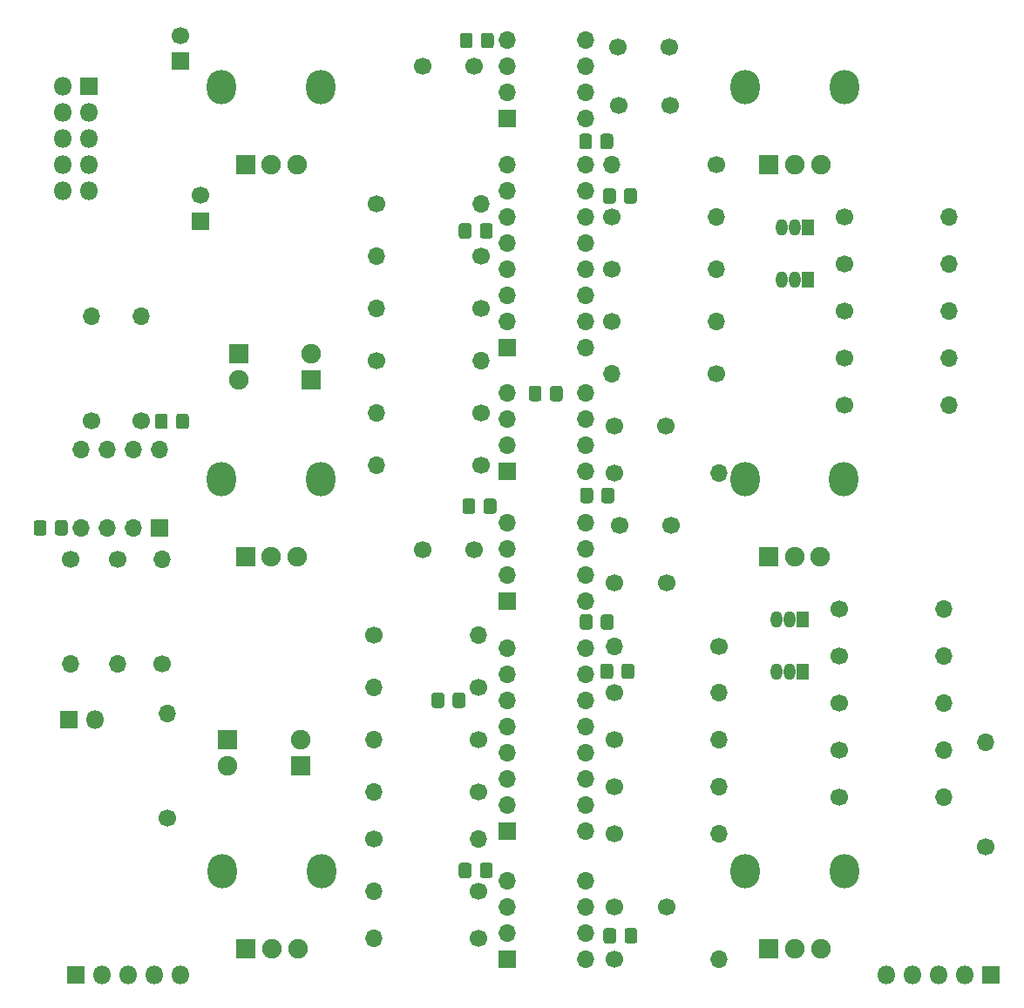
<source format=gbr>
%TF.GenerationSoftware,KiCad,Pcbnew,5.1.6-c6e7f7d~86~ubuntu18.04.1*%
%TF.CreationDate,2020-06-20T09:42:55-04:00*%
%TF.ProjectId,dual_MS20_VCF,6475616c-5f4d-4533-9230-5f5643462e6b,rev?*%
%TF.SameCoordinates,Original*%
%TF.FileFunction,Soldermask,Top*%
%TF.FilePolarity,Negative*%
%FSLAX46Y46*%
G04 Gerber Fmt 4.6, Leading zero omitted, Abs format (unit mm)*
G04 Created by KiCad (PCBNEW 5.1.6-c6e7f7d~86~ubuntu18.04.1) date 2020-06-20 09:42:55*
%MOMM*%
%LPD*%
G01*
G04 APERTURE LIST*
%ADD10O,1.800000X1.800000*%
%ADD11R,1.800000X1.800000*%
%ADD12O,1.700000X1.700000*%
%ADD13R,1.700000X1.700000*%
%ADD14O,2.820000X3.340000*%
%ADD15C,1.900000*%
%ADD16R,1.900000X1.900000*%
%ADD17C,1.700000*%
%ADD18R,1.150000X1.600000*%
%ADD19O,1.150000X1.600000*%
G04 APERTURE END LIST*
D10*
%TO.C,J4*%
X108585000Y-120015000D03*
D11*
X106045000Y-120015000D03*
%TD*%
D10*
%TO.C,J3*%
X105410000Y-68580000D03*
X107950000Y-68580000D03*
X105410000Y-66040000D03*
X107950000Y-66040000D03*
X105410000Y-63500000D03*
X107950000Y-63500000D03*
X105410000Y-60960000D03*
X107950000Y-60960000D03*
X105410000Y-58420000D03*
D11*
X107950000Y-58420000D03*
%TD*%
%TO.C,C24*%
G36*
G01*
X104675000Y-101828262D02*
X104675000Y-100871738D01*
G75*
G02*
X104946738Y-100600000I271738J0D01*
G01*
X105653262Y-100600000D01*
G75*
G02*
X105925000Y-100871738I0J-271738D01*
G01*
X105925000Y-101828262D01*
G75*
G02*
X105653262Y-102100000I-271738J0D01*
G01*
X104946738Y-102100000D01*
G75*
G02*
X104675000Y-101828262I0J271738D01*
G01*
G37*
G36*
G01*
X102625000Y-101828262D02*
X102625000Y-100871738D01*
G75*
G02*
X102896738Y-100600000I271738J0D01*
G01*
X103603262Y-100600000D01*
G75*
G02*
X103875000Y-100871738I0J-271738D01*
G01*
X103875000Y-101828262D01*
G75*
G02*
X103603262Y-102100000I-271738J0D01*
G01*
X102896738Y-102100000D01*
G75*
G02*
X102625000Y-101828262I0J271738D01*
G01*
G37*
%TD*%
%TO.C,C23*%
G36*
G01*
X116450000Y-91478262D02*
X116450000Y-90521738D01*
G75*
G02*
X116721738Y-90250000I271738J0D01*
G01*
X117428262Y-90250000D01*
G75*
G02*
X117700000Y-90521738I0J-271738D01*
G01*
X117700000Y-91478262D01*
G75*
G02*
X117428262Y-91750000I-271738J0D01*
G01*
X116721738Y-91750000D01*
G75*
G02*
X116450000Y-91478262I0J271738D01*
G01*
G37*
G36*
G01*
X114400000Y-91478262D02*
X114400000Y-90521738D01*
G75*
G02*
X114671738Y-90250000I271738J0D01*
G01*
X115378262Y-90250000D01*
G75*
G02*
X115650000Y-90521738I0J-271738D01*
G01*
X115650000Y-91478262D01*
G75*
G02*
X115378262Y-91750000I-271738J0D01*
G01*
X114671738Y-91750000D01*
G75*
G02*
X114400000Y-91478262I0J271738D01*
G01*
G37*
%TD*%
%TO.C,C22*%
G36*
G01*
X145975000Y-135128262D02*
X145975000Y-134171738D01*
G75*
G02*
X146246738Y-133900000I271738J0D01*
G01*
X146953262Y-133900000D01*
G75*
G02*
X147225000Y-134171738I0J-271738D01*
G01*
X147225000Y-135128262D01*
G75*
G02*
X146953262Y-135400000I-271738J0D01*
G01*
X146246738Y-135400000D01*
G75*
G02*
X145975000Y-135128262I0J271738D01*
G01*
G37*
G36*
G01*
X143925000Y-135128262D02*
X143925000Y-134171738D01*
G75*
G02*
X144196738Y-133900000I271738J0D01*
G01*
X144903262Y-133900000D01*
G75*
G02*
X145175000Y-134171738I0J-271738D01*
G01*
X145175000Y-135128262D01*
G75*
G02*
X144903262Y-135400000I-271738J0D01*
G01*
X144196738Y-135400000D01*
G75*
G02*
X143925000Y-135128262I0J271738D01*
G01*
G37*
%TD*%
%TO.C,C21*%
G36*
G01*
X160025000Y-141478262D02*
X160025000Y-140521738D01*
G75*
G02*
X160296738Y-140250000I271738J0D01*
G01*
X161003262Y-140250000D01*
G75*
G02*
X161275000Y-140521738I0J-271738D01*
G01*
X161275000Y-141478262D01*
G75*
G02*
X161003262Y-141750000I-271738J0D01*
G01*
X160296738Y-141750000D01*
G75*
G02*
X160025000Y-141478262I0J271738D01*
G01*
G37*
G36*
G01*
X157975000Y-141478262D02*
X157975000Y-140521738D01*
G75*
G02*
X158246738Y-140250000I271738J0D01*
G01*
X158953262Y-140250000D01*
G75*
G02*
X159225000Y-140521738I0J-271738D01*
G01*
X159225000Y-141478262D01*
G75*
G02*
X158953262Y-141750000I-271738J0D01*
G01*
X158246738Y-141750000D01*
G75*
G02*
X157975000Y-141478262I0J271738D01*
G01*
G37*
%TD*%
%TO.C,C20*%
G36*
G01*
X143325000Y-118578262D02*
X143325000Y-117621738D01*
G75*
G02*
X143596738Y-117350000I271738J0D01*
G01*
X144303262Y-117350000D01*
G75*
G02*
X144575000Y-117621738I0J-271738D01*
G01*
X144575000Y-118578262D01*
G75*
G02*
X144303262Y-118850000I-271738J0D01*
G01*
X143596738Y-118850000D01*
G75*
G02*
X143325000Y-118578262I0J271738D01*
G01*
G37*
G36*
G01*
X141275000Y-118578262D02*
X141275000Y-117621738D01*
G75*
G02*
X141546738Y-117350000I271738J0D01*
G01*
X142253262Y-117350000D01*
G75*
G02*
X142525000Y-117621738I0J-271738D01*
G01*
X142525000Y-118578262D01*
G75*
G02*
X142253262Y-118850000I-271738J0D01*
G01*
X141546738Y-118850000D01*
G75*
G02*
X141275000Y-118578262I0J271738D01*
G01*
G37*
%TD*%
%TO.C,C19*%
G36*
G01*
X159725000Y-115778262D02*
X159725000Y-114821738D01*
G75*
G02*
X159996738Y-114550000I271738J0D01*
G01*
X160703262Y-114550000D01*
G75*
G02*
X160975000Y-114821738I0J-271738D01*
G01*
X160975000Y-115778262D01*
G75*
G02*
X160703262Y-116050000I-271738J0D01*
G01*
X159996738Y-116050000D01*
G75*
G02*
X159725000Y-115778262I0J271738D01*
G01*
G37*
G36*
G01*
X157675000Y-115778262D02*
X157675000Y-114821738D01*
G75*
G02*
X157946738Y-114550000I271738J0D01*
G01*
X158653262Y-114550000D01*
G75*
G02*
X158925000Y-114821738I0J-271738D01*
G01*
X158925000Y-115778262D01*
G75*
G02*
X158653262Y-116050000I-271738J0D01*
G01*
X157946738Y-116050000D01*
G75*
G02*
X157675000Y-115778262I0J271738D01*
G01*
G37*
%TD*%
%TO.C,C18*%
G36*
G01*
X146325000Y-99728262D02*
X146325000Y-98771738D01*
G75*
G02*
X146596738Y-98500000I271738J0D01*
G01*
X147303262Y-98500000D01*
G75*
G02*
X147575000Y-98771738I0J-271738D01*
G01*
X147575000Y-99728262D01*
G75*
G02*
X147303262Y-100000000I-271738J0D01*
G01*
X146596738Y-100000000D01*
G75*
G02*
X146325000Y-99728262I0J271738D01*
G01*
G37*
G36*
G01*
X144275000Y-99728262D02*
X144275000Y-98771738D01*
G75*
G02*
X144546738Y-98500000I271738J0D01*
G01*
X145253262Y-98500000D01*
G75*
G02*
X145525000Y-98771738I0J-271738D01*
G01*
X145525000Y-99728262D01*
G75*
G02*
X145253262Y-100000000I-271738J0D01*
G01*
X144546738Y-100000000D01*
G75*
G02*
X144275000Y-99728262I0J271738D01*
G01*
G37*
%TD*%
%TO.C,C17*%
G36*
G01*
X157725000Y-110978262D02*
X157725000Y-110021738D01*
G75*
G02*
X157996738Y-109750000I271738J0D01*
G01*
X158703262Y-109750000D01*
G75*
G02*
X158975000Y-110021738I0J-271738D01*
G01*
X158975000Y-110978262D01*
G75*
G02*
X158703262Y-111250000I-271738J0D01*
G01*
X157996738Y-111250000D01*
G75*
G02*
X157725000Y-110978262I0J271738D01*
G01*
G37*
G36*
G01*
X155675000Y-110978262D02*
X155675000Y-110021738D01*
G75*
G02*
X155946738Y-109750000I271738J0D01*
G01*
X156653262Y-109750000D01*
G75*
G02*
X156925000Y-110021738I0J-271738D01*
G01*
X156925000Y-110978262D01*
G75*
G02*
X156653262Y-111250000I-271738J0D01*
G01*
X155946738Y-111250000D01*
G75*
G02*
X155675000Y-110978262I0J271738D01*
G01*
G37*
%TD*%
%TO.C,C16*%
G36*
G01*
X151975000Y-87821738D02*
X151975000Y-88778262D01*
G75*
G02*
X151703262Y-89050000I-271738J0D01*
G01*
X150996738Y-89050000D01*
G75*
G02*
X150725000Y-88778262I0J271738D01*
G01*
X150725000Y-87821738D01*
G75*
G02*
X150996738Y-87550000I271738J0D01*
G01*
X151703262Y-87550000D01*
G75*
G02*
X151975000Y-87821738I0J-271738D01*
G01*
G37*
G36*
G01*
X154025000Y-87821738D02*
X154025000Y-88778262D01*
G75*
G02*
X153753262Y-89050000I-271738J0D01*
G01*
X153046738Y-89050000D01*
G75*
G02*
X152775000Y-88778262I0J271738D01*
G01*
X152775000Y-87821738D01*
G75*
G02*
X153046738Y-87550000I271738J0D01*
G01*
X153753262Y-87550000D01*
G75*
G02*
X154025000Y-87821738I0J-271738D01*
G01*
G37*
%TD*%
%TO.C,C15*%
G36*
G01*
X157775000Y-98678262D02*
X157775000Y-97721738D01*
G75*
G02*
X158046738Y-97450000I271738J0D01*
G01*
X158753262Y-97450000D01*
G75*
G02*
X159025000Y-97721738I0J-271738D01*
G01*
X159025000Y-98678262D01*
G75*
G02*
X158753262Y-98950000I-271738J0D01*
G01*
X158046738Y-98950000D01*
G75*
G02*
X157775000Y-98678262I0J271738D01*
G01*
G37*
G36*
G01*
X155725000Y-98678262D02*
X155725000Y-97721738D01*
G75*
G02*
X155996738Y-97450000I271738J0D01*
G01*
X156703262Y-97450000D01*
G75*
G02*
X156975000Y-97721738I0J-271738D01*
G01*
X156975000Y-98678262D01*
G75*
G02*
X156703262Y-98950000I-271738J0D01*
G01*
X155996738Y-98950000D01*
G75*
G02*
X155725000Y-98678262I0J271738D01*
G01*
G37*
%TD*%
%TO.C,C14*%
G36*
G01*
X145975000Y-72978262D02*
X145975000Y-72021738D01*
G75*
G02*
X146246738Y-71750000I271738J0D01*
G01*
X146953262Y-71750000D01*
G75*
G02*
X147225000Y-72021738I0J-271738D01*
G01*
X147225000Y-72978262D01*
G75*
G02*
X146953262Y-73250000I-271738J0D01*
G01*
X146246738Y-73250000D01*
G75*
G02*
X145975000Y-72978262I0J271738D01*
G01*
G37*
G36*
G01*
X143925000Y-72978262D02*
X143925000Y-72021738D01*
G75*
G02*
X144196738Y-71750000I271738J0D01*
G01*
X144903262Y-71750000D01*
G75*
G02*
X145175000Y-72021738I0J-271738D01*
G01*
X145175000Y-72978262D01*
G75*
G02*
X144903262Y-73250000I-271738J0D01*
G01*
X144196738Y-73250000D01*
G75*
G02*
X143925000Y-72978262I0J271738D01*
G01*
G37*
%TD*%
%TO.C,C13*%
G36*
G01*
X159975000Y-69578262D02*
X159975000Y-68621738D01*
G75*
G02*
X160246738Y-68350000I271738J0D01*
G01*
X160953262Y-68350000D01*
G75*
G02*
X161225000Y-68621738I0J-271738D01*
G01*
X161225000Y-69578262D01*
G75*
G02*
X160953262Y-69850000I-271738J0D01*
G01*
X160246738Y-69850000D01*
G75*
G02*
X159975000Y-69578262I0J271738D01*
G01*
G37*
G36*
G01*
X157925000Y-69578262D02*
X157925000Y-68621738D01*
G75*
G02*
X158196738Y-68350000I271738J0D01*
G01*
X158903262Y-68350000D01*
G75*
G02*
X159175000Y-68621738I0J-271738D01*
G01*
X159175000Y-69578262D01*
G75*
G02*
X158903262Y-69850000I-271738J0D01*
G01*
X158196738Y-69850000D01*
G75*
G02*
X157925000Y-69578262I0J271738D01*
G01*
G37*
%TD*%
%TO.C,C12*%
G36*
G01*
X146075000Y-54478262D02*
X146075000Y-53521738D01*
G75*
G02*
X146346738Y-53250000I271738J0D01*
G01*
X147053262Y-53250000D01*
G75*
G02*
X147325000Y-53521738I0J-271738D01*
G01*
X147325000Y-54478262D01*
G75*
G02*
X147053262Y-54750000I-271738J0D01*
G01*
X146346738Y-54750000D01*
G75*
G02*
X146075000Y-54478262I0J271738D01*
G01*
G37*
G36*
G01*
X144025000Y-54478262D02*
X144025000Y-53521738D01*
G75*
G02*
X144296738Y-53250000I271738J0D01*
G01*
X145003262Y-53250000D01*
G75*
G02*
X145275000Y-53521738I0J-271738D01*
G01*
X145275000Y-54478262D01*
G75*
G02*
X145003262Y-54750000I-271738J0D01*
G01*
X144296738Y-54750000D01*
G75*
G02*
X144025000Y-54478262I0J271738D01*
G01*
G37*
%TD*%
%TO.C,C11*%
G36*
G01*
X157675000Y-64278262D02*
X157675000Y-63321738D01*
G75*
G02*
X157946738Y-63050000I271738J0D01*
G01*
X158653262Y-63050000D01*
G75*
G02*
X158925000Y-63321738I0J-271738D01*
G01*
X158925000Y-64278262D01*
G75*
G02*
X158653262Y-64550000I-271738J0D01*
G01*
X157946738Y-64550000D01*
G75*
G02*
X157675000Y-64278262I0J271738D01*
G01*
G37*
G36*
G01*
X155625000Y-64278262D02*
X155625000Y-63321738D01*
G75*
G02*
X155896738Y-63050000I271738J0D01*
G01*
X156603262Y-63050000D01*
G75*
G02*
X156875000Y-63321738I0J-271738D01*
G01*
X156875000Y-64278262D01*
G75*
G02*
X156603262Y-64550000I-271738J0D01*
G01*
X155896738Y-64550000D01*
G75*
G02*
X155625000Y-64278262I0J271738D01*
G01*
G37*
%TD*%
D12*
%TO.C,U7*%
X114808000Y-93726000D03*
X107188000Y-101346000D03*
X112268000Y-93726000D03*
X109728000Y-101346000D03*
X109728000Y-93726000D03*
X112268000Y-101346000D03*
X107188000Y-93726000D03*
D13*
X114808000Y-101346000D03*
%TD*%
D12*
%TO.C,U6*%
X156210000Y-143256000D03*
X148590000Y-135636000D03*
X156210000Y-140716000D03*
X148590000Y-138176000D03*
X156210000Y-138176000D03*
X148590000Y-140716000D03*
X156210000Y-135636000D03*
D13*
X148590000Y-143256000D03*
%TD*%
D12*
%TO.C,U5*%
X156210000Y-108458000D03*
X148590000Y-100838000D03*
X156210000Y-105918000D03*
X148590000Y-103378000D03*
X156210000Y-103378000D03*
X148590000Y-105918000D03*
X156210000Y-100838000D03*
D13*
X148590000Y-108458000D03*
%TD*%
D12*
%TO.C,U4*%
X156210000Y-130810000D03*
X148590000Y-113030000D03*
X156210000Y-128270000D03*
X148590000Y-115570000D03*
X156210000Y-125730000D03*
X148590000Y-118110000D03*
X156210000Y-123190000D03*
X148590000Y-120650000D03*
X156210000Y-120650000D03*
X148590000Y-123190000D03*
X156210000Y-118110000D03*
X148590000Y-125730000D03*
X156210000Y-115570000D03*
X148590000Y-128270000D03*
X156210000Y-113030000D03*
D13*
X148590000Y-130810000D03*
%TD*%
D12*
%TO.C,U3*%
X156210000Y-95885000D03*
X148590000Y-88265000D03*
X156210000Y-93345000D03*
X148590000Y-90805000D03*
X156210000Y-90805000D03*
X148590000Y-93345000D03*
X156210000Y-88265000D03*
D13*
X148590000Y-95885000D03*
%TD*%
D12*
%TO.C,U2*%
X156210000Y-61595000D03*
X148590000Y-53975000D03*
X156210000Y-59055000D03*
X148590000Y-56515000D03*
X156210000Y-56515000D03*
X148590000Y-59055000D03*
X156210000Y-53975000D03*
D13*
X148590000Y-61595000D03*
%TD*%
D12*
%TO.C,U1*%
X156210000Y-83820000D03*
X148590000Y-66040000D03*
X156210000Y-81280000D03*
X148590000Y-68580000D03*
X156210000Y-78740000D03*
X148590000Y-71120000D03*
X156210000Y-76200000D03*
X148590000Y-73660000D03*
X156210000Y-73660000D03*
X148590000Y-76200000D03*
X156210000Y-71120000D03*
X148590000Y-78740000D03*
X156210000Y-68580000D03*
X148590000Y-81280000D03*
X156210000Y-66040000D03*
D13*
X148590000Y-83820000D03*
%TD*%
D14*
%TO.C,RV6*%
X171770000Y-134740000D03*
X181370000Y-134740000D03*
D15*
X179070000Y-142240000D03*
X176570000Y-142240000D03*
D16*
X174070000Y-142240000D03*
%TD*%
D14*
%TO.C,RV5*%
X120970000Y-134740000D03*
X130570000Y-134740000D03*
D15*
X128270000Y-142240000D03*
X125770000Y-142240000D03*
D16*
X123270000Y-142240000D03*
%TD*%
D14*
%TO.C,RV4*%
X171770000Y-58540000D03*
X181370000Y-58540000D03*
D15*
X179070000Y-66040000D03*
X176570000Y-66040000D03*
D16*
X174070000Y-66040000D03*
%TD*%
D14*
%TO.C,RV3*%
X120890000Y-58540000D03*
X130490000Y-58540000D03*
D15*
X128190000Y-66040000D03*
X125690000Y-66040000D03*
D16*
X123190000Y-66040000D03*
%TD*%
D14*
%TO.C,RV2*%
X171730000Y-96640000D03*
X181330000Y-96640000D03*
D15*
X179030000Y-104140000D03*
X176530000Y-104140000D03*
D16*
X174030000Y-104140000D03*
%TD*%
D14*
%TO.C,RV1*%
X120890000Y-96640000D03*
X130490000Y-96640000D03*
D15*
X128190000Y-104140000D03*
X125690000Y-104140000D03*
D16*
X123190000Y-104140000D03*
%TD*%
D12*
%TO.C,R42*%
X195072000Y-122174000D03*
D17*
X195072000Y-132334000D03*
%TD*%
D12*
%TO.C,R41*%
X113030000Y-80772000D03*
D17*
X113030000Y-90932000D03*
%TD*%
D12*
%TO.C,R40*%
X115570000Y-119380000D03*
D17*
X115570000Y-129540000D03*
%TD*%
D12*
%TO.C,R39*%
X108204000Y-80772000D03*
D17*
X108204000Y-90932000D03*
%TD*%
D12*
%TO.C,R38*%
X115062000Y-104394000D03*
D17*
X115062000Y-114554000D03*
%TD*%
D12*
%TO.C,R37*%
X106172000Y-114554000D03*
D17*
X106172000Y-104394000D03*
%TD*%
D12*
%TO.C,R36*%
X110744000Y-114554000D03*
D17*
X110744000Y-104394000D03*
%TD*%
D12*
%TO.C,R35*%
X169164000Y-131064000D03*
D17*
X159004000Y-131064000D03*
%TD*%
D12*
%TO.C,R34*%
X135636000Y-136652000D03*
D17*
X145796000Y-136652000D03*
%TD*%
D12*
%TO.C,R33*%
X169164000Y-117348000D03*
D17*
X159004000Y-117348000D03*
%TD*%
D12*
%TO.C,R32*%
X159004000Y-112903000D03*
D17*
X169164000Y-112903000D03*
%TD*%
D12*
%TO.C,R31*%
X135636000Y-141224000D03*
D17*
X145796000Y-141224000D03*
%TD*%
D12*
%TO.C,R30*%
X169164000Y-121920000D03*
D17*
X159004000Y-121920000D03*
%TD*%
D12*
%TO.C,R29*%
X169164000Y-126492000D03*
D17*
X159004000Y-126492000D03*
%TD*%
D12*
%TO.C,R28*%
X169164000Y-143256000D03*
D17*
X159004000Y-143256000D03*
%TD*%
D12*
%TO.C,R27*%
X191008000Y-109220000D03*
D17*
X180848000Y-109220000D03*
%TD*%
D12*
%TO.C,R26*%
X191008000Y-113792000D03*
D17*
X180848000Y-113792000D03*
%TD*%
D12*
%TO.C,R25*%
X145796000Y-131572000D03*
D17*
X135636000Y-131572000D03*
%TD*%
D12*
%TO.C,R24*%
X191008000Y-118364000D03*
D17*
X180848000Y-118364000D03*
%TD*%
D12*
%TO.C,R23*%
X191008000Y-122936000D03*
D17*
X180848000Y-122936000D03*
%TD*%
D12*
%TO.C,R22*%
X191008000Y-127508000D03*
D17*
X180848000Y-127508000D03*
%TD*%
D12*
%TO.C,R21*%
X135636000Y-127000000D03*
D17*
X145796000Y-127000000D03*
%TD*%
D12*
%TO.C,R20*%
X145796000Y-111760000D03*
D17*
X135636000Y-111760000D03*
%TD*%
D12*
%TO.C,R19*%
X135636000Y-121920000D03*
D17*
X145796000Y-121920000D03*
%TD*%
D12*
%TO.C,R18*%
X135636000Y-116840000D03*
D17*
X145796000Y-116840000D03*
%TD*%
D12*
%TO.C,R17*%
X158750000Y-86360000D03*
D17*
X168910000Y-86360000D03*
%TD*%
D12*
%TO.C,R16*%
X135890000Y-90170000D03*
D17*
X146050000Y-90170000D03*
%TD*%
D12*
%TO.C,R15*%
X168910000Y-76200000D03*
D17*
X158750000Y-76200000D03*
%TD*%
D12*
%TO.C,R14*%
X158750000Y-66040000D03*
D17*
X168910000Y-66040000D03*
%TD*%
D12*
%TO.C,R13*%
X135890000Y-95250000D03*
D17*
X146050000Y-95250000D03*
%TD*%
D12*
%TO.C,R12*%
X168910000Y-71120000D03*
D17*
X158750000Y-71120000D03*
%TD*%
D12*
%TO.C,R11*%
X168910000Y-81280000D03*
D17*
X158750000Y-81280000D03*
%TD*%
D12*
%TO.C,R10*%
X169164000Y-96012000D03*
D17*
X159004000Y-96012000D03*
%TD*%
D12*
%TO.C,R9*%
X191516000Y-71120000D03*
D17*
X181356000Y-71120000D03*
%TD*%
D12*
%TO.C,R8*%
X191516000Y-75692000D03*
D17*
X181356000Y-75692000D03*
%TD*%
D12*
%TO.C,R7*%
X146050000Y-85090000D03*
D17*
X135890000Y-85090000D03*
%TD*%
D12*
%TO.C,R6*%
X191516000Y-80264000D03*
D17*
X181356000Y-80264000D03*
%TD*%
D12*
%TO.C,R5*%
X191516000Y-84836000D03*
D17*
X181356000Y-84836000D03*
%TD*%
D12*
%TO.C,R4*%
X191516000Y-89408000D03*
D17*
X181356000Y-89408000D03*
%TD*%
D12*
%TO.C,R3*%
X135890000Y-80010000D03*
D17*
X146050000Y-80010000D03*
%TD*%
D12*
%TO.C,R2*%
X146050000Y-69850000D03*
D17*
X135890000Y-69850000D03*
%TD*%
D12*
%TO.C,R1*%
X135890000Y-74930000D03*
D17*
X146050000Y-74930000D03*
%TD*%
D18*
%TO.C,Q4*%
X177292000Y-110236000D03*
D19*
X174752000Y-110236000D03*
X176022000Y-110236000D03*
%TD*%
D18*
%TO.C,Q3*%
X177292000Y-115316000D03*
D19*
X174752000Y-115316000D03*
X176022000Y-115316000D03*
%TD*%
D18*
%TO.C,Q2*%
X177800000Y-72136000D03*
D19*
X175260000Y-72136000D03*
X176530000Y-72136000D03*
%TD*%
D18*
%TO.C,Q1*%
X177800000Y-77216000D03*
D19*
X175260000Y-77216000D03*
X176530000Y-77216000D03*
%TD*%
D10*
%TO.C,J2*%
X116840000Y-144780000D03*
X114300000Y-144780000D03*
X111760000Y-144780000D03*
X109220000Y-144780000D03*
D11*
X106680000Y-144780000D03*
%TD*%
D10*
%TO.C,J1*%
X185420000Y-144780000D03*
X187960000Y-144780000D03*
X190500000Y-144780000D03*
X193040000Y-144780000D03*
D11*
X195580000Y-144780000D03*
%TD*%
D15*
%TO.C,D4*%
X128524000Y-121920000D03*
D16*
X128524000Y-124460000D03*
%TD*%
D15*
%TO.C,D3*%
X121412000Y-124460000D03*
D16*
X121412000Y-121920000D03*
%TD*%
D15*
%TO.C,D2*%
X129540000Y-84455000D03*
D16*
X129540000Y-86995000D03*
%TD*%
D15*
%TO.C,D1*%
X122555000Y-86995000D03*
D16*
X122555000Y-84455000D03*
%TD*%
D17*
%TO.C,C10*%
X118808500Y-69051800D03*
D13*
X118808500Y-71551800D03*
%TD*%
D17*
%TO.C,C9*%
X116900000Y-53500000D03*
D13*
X116900000Y-56000000D03*
%TD*%
D17*
%TO.C,C8*%
X159084000Y-106680000D03*
X164084000Y-106680000D03*
%TD*%
%TO.C,C7*%
X164512000Y-101092000D03*
X159512000Y-101092000D03*
%TD*%
%TO.C,C6*%
X159084000Y-138176000D03*
X164084000Y-138176000D03*
%TD*%
%TO.C,C5*%
X140415000Y-103505000D03*
X145415000Y-103505000D03*
%TD*%
%TO.C,C4*%
X159465000Y-60325000D03*
X164465000Y-60325000D03*
%TD*%
%TO.C,C3*%
X164385000Y-54610000D03*
X159385000Y-54610000D03*
%TD*%
%TO.C,C2*%
X159004000Y-91440000D03*
X164004000Y-91440000D03*
%TD*%
%TO.C,C1*%
X140415000Y-56515000D03*
X145415000Y-56515000D03*
%TD*%
M02*

</source>
